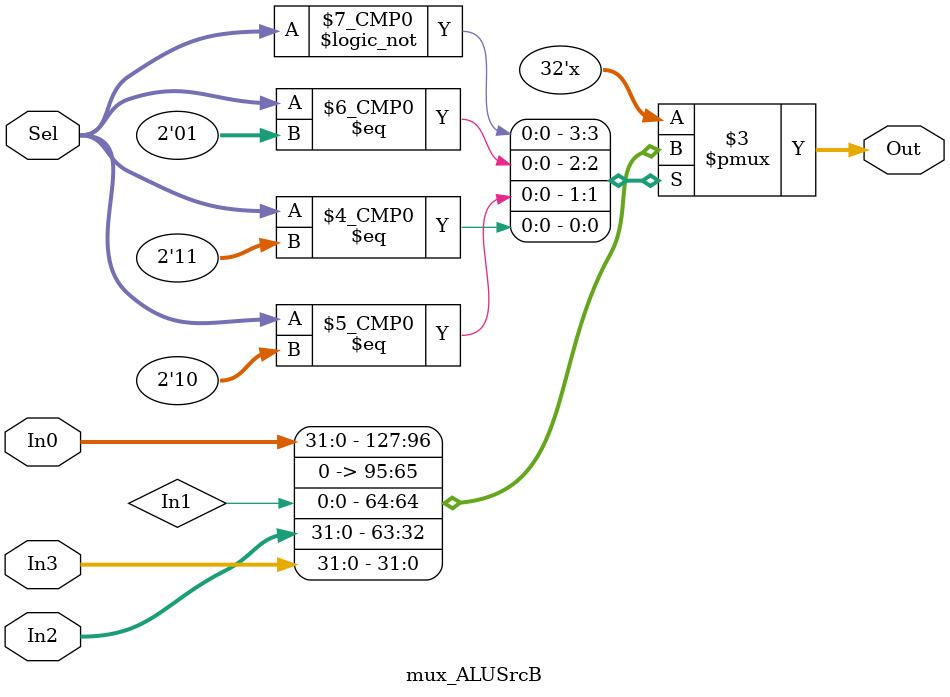
<source format=v>
module mux_ALUSrcB(Out,Sel,In0,In2,In3); 

input [31:0] In0,In2,In3; //entradas de 32 bits
input [1:0] Sel; //seletor de 2 bits
output [31:0] Out; //saida de 32 bits

reg [31:0] Out; 

initial begin
    In1[31:0] = 32'b00000000000000000000000000000100; // 4
end

//Check the state of the input lines 

always @ (In0 or In1 or In2 or In3 or Sel) 

begin 

 case (Sel) 

  2'b00 : Out = In0; 

  2'b01 : Out = In1; 

  2'b10 : Out = In2; 

  2'b11 : Out = In3; 

  default : Out = 31'bx; 

  //If input is undefined then output is undefined 

 endcase 

end  

endmodule


</source>
